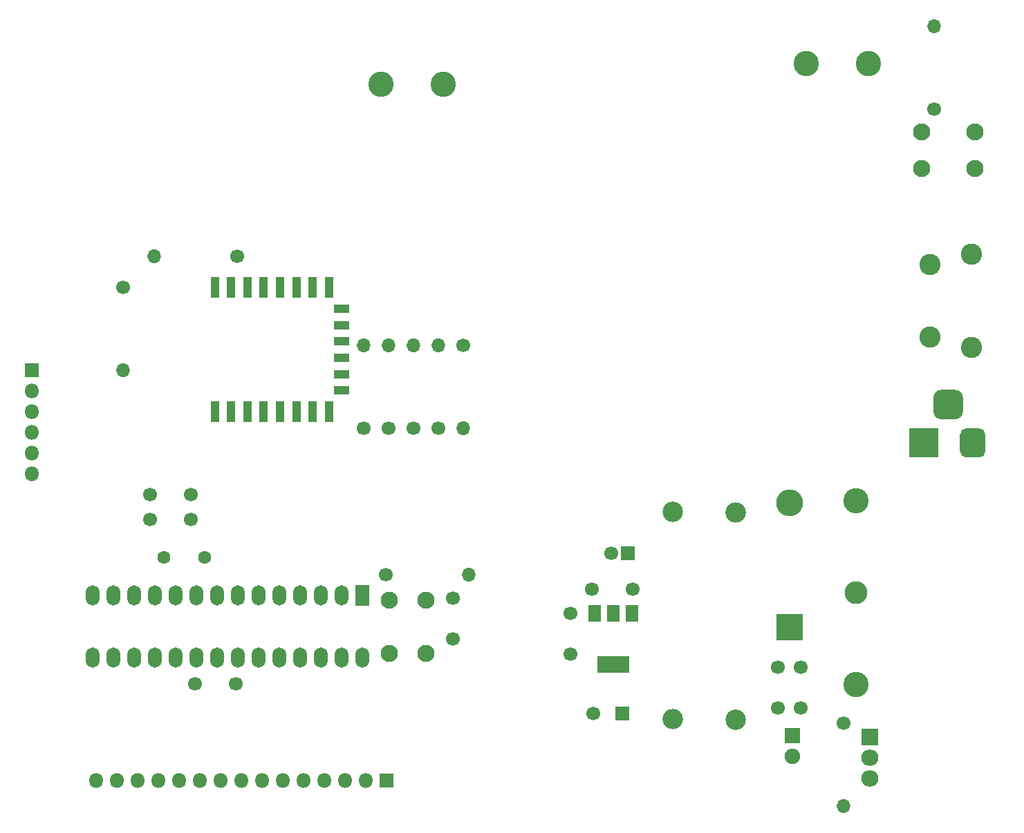
<source format=gbr>
%TF.GenerationSoftware,KiCad,Pcbnew,(5.1.6)-1*%
%TF.CreationDate,2021-04-21T16:58:09+02:00*%
%TF.ProjectId,_7SEG_CONTROL,5f375345-475f-4434-9f4e-54524f4c2e6b,rev?*%
%TF.SameCoordinates,Original*%
%TF.FileFunction,Soldermask,Bot*%
%TF.FilePolarity,Negative*%
%FSLAX46Y46*%
G04 Gerber Fmt 4.6, Leading zero omitted, Abs format (unit mm)*
G04 Created by KiCad (PCBNEW (5.1.6)-1) date 2021-04-21 16:58:09*
%MOMM*%
%LPD*%
G01*
G04 APERTURE LIST*
%ADD10C,3.100000*%
%ADD11C,2.100000*%
%ADD12R,1.100000X2.600000*%
%ADD13R,1.900000X1.100000*%
%ADD14R,1.800000X1.800000*%
%ADD15O,1.800000X1.800000*%
%ADD16C,1.700000*%
%ADD17R,1.700000X1.700000*%
%ADD18R,3.300000X3.300000*%
%ADD19O,3.300000X3.300000*%
%ADD20R,1.900000X1.900000*%
%ADD21C,1.900000*%
%ADD22C,2.800000*%
%ADD23R,3.600000X3.600000*%
%ADD24O,2.500000X2.500000*%
%ADD25C,2.500000*%
%ADD26O,1.700000X1.700000*%
%ADD27R,2.100000X2.005000*%
%ADD28O,2.100000X2.005000*%
%ADD29R,3.900000X2.100000*%
%ADD30R,1.600000X2.100000*%
%ADD31R,1.700000X2.500000*%
%ADD32O,1.700000X2.500000*%
%ADD33C,1.600000*%
%ADD34C,2.600000*%
G04 APERTURE END LIST*
D10*
%TO.C,U5*%
X137541000Y-47244000D03*
X129921000Y-47244000D03*
X181991000Y-44704000D03*
X189611000Y-44704000D03*
%TD*%
D11*
%TO.C,SW2*%
X196088000Y-57573001D03*
X196088000Y-53073001D03*
X202588000Y-57573001D03*
X202588000Y-53073001D03*
%TD*%
D12*
%TO.C,U4*%
X109530000Y-72156000D03*
X111530000Y-72156000D03*
X113530000Y-72156000D03*
X115530000Y-72156000D03*
X117530000Y-72156000D03*
X119530000Y-72156000D03*
X121530000Y-72156000D03*
X123530000Y-72156000D03*
D13*
X125030000Y-74756000D03*
X125030000Y-76756000D03*
X125030000Y-78756000D03*
X125030000Y-80756000D03*
X125030000Y-82756000D03*
X125030000Y-84756000D03*
D12*
X123530000Y-87356000D03*
X121530000Y-87356000D03*
X119530000Y-87356000D03*
X117530000Y-87356000D03*
X115530000Y-87356000D03*
X113530000Y-87356000D03*
X111530000Y-87356000D03*
X109530000Y-87356000D03*
%TD*%
D14*
%TO.C,J4*%
X130556000Y-132588000D03*
D15*
X128016000Y-132588000D03*
X125476000Y-132588000D03*
X122936000Y-132588000D03*
X120396000Y-132588000D03*
X117856000Y-132588000D03*
X115316000Y-132588000D03*
X112776000Y-132588000D03*
X110236000Y-132588000D03*
X107696000Y-132588000D03*
X105156000Y-132588000D03*
X102616000Y-132588000D03*
X100076000Y-132588000D03*
X97536000Y-132588000D03*
X94996000Y-132588000D03*
%TD*%
D16*
%TO.C,C1*%
X178506000Y-118674000D03*
X178506000Y-123674000D03*
%TD*%
%TO.C,C2*%
X181286000Y-123704000D03*
X181286000Y-118704000D03*
%TD*%
%TO.C,C3*%
X160726000Y-109144000D03*
X155726000Y-109144000D03*
%TD*%
D17*
%TO.C,C4*%
X160116000Y-104734000D03*
D16*
X158116000Y-104734000D03*
%TD*%
%TO.C,C5*%
X106600000Y-100584000D03*
X101600000Y-100584000D03*
%TD*%
%TO.C,C6*%
X101600000Y-97536000D03*
X106600000Y-97536000D03*
%TD*%
%TO.C,C7*%
X138666000Y-115224000D03*
X138666000Y-110224000D03*
%TD*%
%TO.C,C8*%
X112106000Y-120694000D03*
X107106000Y-120694000D03*
%TD*%
D17*
%TO.C,C9*%
X159396000Y-124324000D03*
D16*
X155896000Y-124324000D03*
%TD*%
%TO.C,C10*%
X153056000Y-112044000D03*
X153056000Y-117044000D03*
%TD*%
D18*
%TO.C,D1*%
X179956000Y-113784000D03*
D19*
X179956000Y-98544000D03*
%TD*%
D20*
%TO.C,D2*%
X180266000Y-127034000D03*
D21*
X180266000Y-129574000D03*
%TD*%
D10*
%TO.C,F1*%
X188076000Y-98284000D03*
X188076000Y-120784000D03*
D22*
X188076000Y-109534000D03*
%TD*%
D23*
%TO.C,J1*%
X196342000Y-91186000D03*
G36*
G01*
X203892000Y-90161000D02*
X203892000Y-92211000D01*
G75*
G02*
X203117000Y-92986000I-775000J0D01*
G01*
X201567000Y-92986000D01*
G75*
G02*
X200792000Y-92211000I0J775000D01*
G01*
X200792000Y-90161000D01*
G75*
G02*
X201567000Y-89386000I775000J0D01*
G01*
X203117000Y-89386000D01*
G75*
G02*
X203892000Y-90161000I0J-775000D01*
G01*
G37*
G36*
G01*
X201142000Y-85586000D02*
X201142000Y-87386000D01*
G75*
G02*
X200242000Y-88286000I-900000J0D01*
G01*
X198442000Y-88286000D01*
G75*
G02*
X197542000Y-87386000I0J900000D01*
G01*
X197542000Y-85586000D01*
G75*
G02*
X198442000Y-84686000I900000J0D01*
G01*
X200242000Y-84686000D01*
G75*
G02*
X201142000Y-85586000I0J-900000D01*
G01*
G37*
%TD*%
D24*
%TO.C,R1*%
X173356000Y-99734000D03*
D25*
X173356000Y-125134000D03*
%TD*%
D26*
%TO.C,R2*%
X186506000Y-135724000D03*
D16*
X186506000Y-125564000D03*
%TD*%
D25*
%TO.C,R3*%
X165616000Y-99624000D03*
D24*
X165616000Y-125024000D03*
%TD*%
D16*
%TO.C,R4*%
X130476000Y-107354000D03*
D26*
X140636000Y-107354000D03*
%TD*%
D11*
%TO.C,SW1*%
X130886000Y-110474000D03*
X135386000Y-110474000D03*
X130886000Y-116974000D03*
X135386000Y-116974000D03*
%TD*%
D27*
%TO.C,U1*%
X189736000Y-127214000D03*
D28*
X189736000Y-129754000D03*
X189736000Y-132294000D03*
%TD*%
D29*
%TO.C,U2*%
X158336000Y-118344000D03*
D30*
X158336000Y-112044000D03*
X160636000Y-112044000D03*
X156036000Y-112044000D03*
%TD*%
D31*
%TO.C,U3*%
X127576000Y-109894000D03*
D32*
X94556000Y-117514000D03*
X125036000Y-109894000D03*
X97096000Y-117514000D03*
X122496000Y-109894000D03*
X99636000Y-117514000D03*
X119956000Y-109894000D03*
X102176000Y-117514000D03*
X117416000Y-109894000D03*
X104716000Y-117514000D03*
X114876000Y-109894000D03*
X107256000Y-117514000D03*
X112336000Y-109894000D03*
X109796000Y-117514000D03*
X109796000Y-109894000D03*
X112336000Y-117514000D03*
X107256000Y-109894000D03*
X114876000Y-117514000D03*
X104716000Y-109894000D03*
X117416000Y-117514000D03*
X102176000Y-109894000D03*
X119956000Y-117514000D03*
X99636000Y-109894000D03*
X122496000Y-117514000D03*
X97096000Y-109894000D03*
X125036000Y-117514000D03*
X94556000Y-109894000D03*
X127576000Y-117514000D03*
%TD*%
D33*
%TO.C,Y1*%
X108326000Y-105234000D03*
X103326000Y-105234000D03*
%TD*%
D16*
%TO.C,R5*%
X139954000Y-79248000D03*
D26*
X139954000Y-89408000D03*
%TD*%
%TO.C,R6*%
X136906000Y-79248000D03*
D16*
X136906000Y-89408000D03*
%TD*%
%TO.C,R7*%
X127762000Y-89408000D03*
D26*
X127762000Y-79248000D03*
%TD*%
D16*
%TO.C,R8*%
X98298000Y-72136000D03*
D26*
X98298000Y-82296000D03*
%TD*%
%TO.C,R9*%
X102108000Y-68326000D03*
D16*
X112268000Y-68326000D03*
%TD*%
%TO.C,R10*%
X133858000Y-89408000D03*
D26*
X133858000Y-79248000D03*
%TD*%
%TO.C,R11*%
X130810000Y-79248000D03*
D16*
X130810000Y-89408000D03*
%TD*%
D34*
%TO.C,J2*%
X197104000Y-69342000D03*
X197104000Y-78232000D03*
X202184000Y-68072000D03*
X202184000Y-79502000D03*
%TD*%
D16*
%TO.C,R12*%
X197612000Y-50292000D03*
D26*
X197612000Y-40132000D03*
%TD*%
D14*
%TO.C,J3*%
X87122000Y-82296000D03*
D15*
X87122000Y-84836000D03*
X87122000Y-87376000D03*
X87122000Y-89916000D03*
X87122000Y-92456000D03*
X87122000Y-94996000D03*
%TD*%
M02*

</source>
